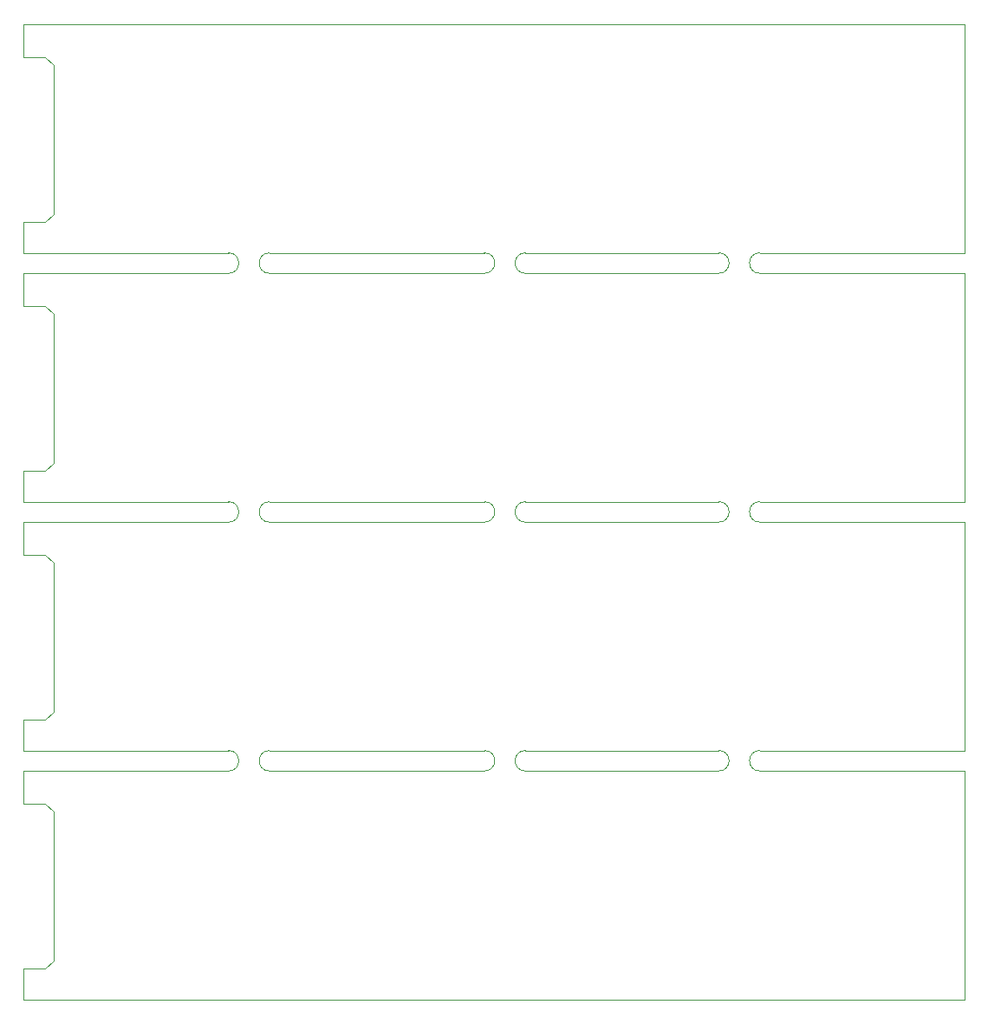
<source format=gbr>
%TF.GenerationSoftware,KiCad,Pcbnew,5.1.12-84ad8e8a86~92~ubuntu18.04.1*%
%TF.CreationDate,2021-11-12T09:30:33+01:00*%
%TF.ProjectId,window-sensor,77696e64-6f77-42d7-9365-6e736f722e6b,rev?*%
%TF.SameCoordinates,PX5dd7700PY8ec3da0*%
%TF.FileFunction,Profile,NP*%
%FSLAX46Y46*%
G04 Gerber Fmt 4.6, Leading zero omitted, Abs format (unit mm)*
G04 Created by KiCad (PCBNEW 5.1.12-84ad8e8a86~92~ubuntu18.04.1) date 2021-11-12 09:30:33*
%MOMM*%
%LPD*%
G01*
G04 APERTURE LIST*
%TA.AperFunction,Profile*%
%ADD10C,0.050000*%
%TD*%
G04 APERTURE END LIST*
D10*
X74900000Y1800000D02*
X78900000Y1800000D01*
X52000000Y1800000D02*
X56000000Y1800000D01*
X27000000Y1800000D02*
X31000000Y1800000D01*
X74900000Y97000000D02*
X78900000Y97000000D01*
X52000000Y97000000D02*
X56000000Y97000000D01*
X27000000Y97000000D02*
X31000000Y97000000D01*
X9100000Y20900000D02*
X9900000Y20100000D01*
X9100000Y45200000D02*
X9900000Y44400000D01*
X9100000Y69500000D02*
X9900000Y68700000D01*
X27000000Y26100000D02*
G75*
G02*
X27000000Y24100000I0J-1000000D01*
G01*
X27000000Y50400000D02*
G75*
G02*
X27000000Y48400000I0J-1000000D01*
G01*
X52000000Y26100000D02*
G75*
G02*
X52000000Y24100000I0J-1000000D01*
G01*
X52000000Y50400000D02*
G75*
G02*
X52000000Y48400000I0J-1000000D01*
G01*
X78900000Y24100000D02*
G75*
G02*
X78900000Y26100000I0J1000000D01*
G01*
X78900000Y48400000D02*
G75*
G02*
X78900000Y50400000I0J1000000D01*
G01*
X56000000Y1800000D02*
X74900000Y1800000D01*
X56000000Y26100000D02*
X74900000Y26100000D01*
X56000000Y50400000D02*
X74900000Y50400000D01*
X7000000Y4800000D02*
X7000000Y1800000D01*
X7000000Y29100000D02*
X7000000Y26100000D01*
X7000000Y53400000D02*
X7000000Y50400000D01*
X74900000Y26100000D02*
G75*
G02*
X74900000Y24100000I0J-1000000D01*
G01*
X74900000Y50400000D02*
G75*
G02*
X74900000Y48400000I0J-1000000D01*
G01*
X56000000Y24100000D02*
G75*
G02*
X56000000Y26100000I0J1000000D01*
G01*
X56000000Y48400000D02*
G75*
G02*
X56000000Y50400000I0J1000000D01*
G01*
X31000000Y1800000D02*
X52000000Y1800000D01*
X31000000Y26100000D02*
X52000000Y26100000D01*
X31000000Y50400000D02*
X52000000Y50400000D01*
X9100000Y4800000D02*
X9900000Y5600000D01*
X9100000Y29100000D02*
X9900000Y29900000D01*
X9100000Y53400000D02*
X9900000Y54200000D01*
X31000000Y24100000D02*
X52000000Y24100000D01*
X31000000Y48400000D02*
X52000000Y48400000D01*
X31000000Y72700000D02*
X52000000Y72700000D01*
X9900000Y20100000D02*
X9900000Y5600000D01*
X9900000Y44400000D02*
X9900000Y29900000D01*
X9900000Y68700000D02*
X9900000Y54200000D01*
X31000000Y24100000D02*
G75*
G02*
X31000000Y26100000I0J1000000D01*
G01*
X31000000Y48400000D02*
G75*
G02*
X31000000Y50400000I0J1000000D01*
G01*
X98900000Y24100000D02*
X78900000Y24100000D01*
X98900000Y48400000D02*
X78900000Y48400000D01*
X98900000Y72700000D02*
X78900000Y72700000D01*
X98900000Y1800000D02*
X98900000Y24100000D01*
X98900000Y26100000D02*
X98900000Y48400000D01*
X98900000Y50400000D02*
X98900000Y72700000D01*
X9100000Y4800000D02*
X7000000Y4800000D01*
X9100000Y29100000D02*
X7000000Y29100000D01*
X9100000Y53400000D02*
X7000000Y53400000D01*
X7000000Y20900000D02*
X7000000Y24100000D01*
X7000000Y45200000D02*
X7000000Y48400000D01*
X7000000Y69500000D02*
X7000000Y72700000D01*
X98900000Y1800000D02*
X78900000Y1800000D01*
X98900000Y26100000D02*
X78900000Y26100000D01*
X98900000Y50400000D02*
X78900000Y50400000D01*
X7000000Y24100000D02*
X27000000Y24100000D01*
X7000000Y48400000D02*
X27000000Y48400000D01*
X7000000Y72700000D02*
X27000000Y72700000D01*
X7000000Y20900000D02*
X9100000Y20900000D01*
X7000000Y45200000D02*
X9100000Y45200000D01*
X7000000Y69500000D02*
X9100000Y69500000D01*
X74900000Y24100000D02*
X56000000Y24100000D01*
X74900000Y48400000D02*
X56000000Y48400000D01*
X74900000Y72700000D02*
X56000000Y72700000D01*
X7000000Y1800000D02*
X27000000Y1800000D01*
X7000000Y26100000D02*
X27000000Y26100000D01*
X7000000Y50400000D02*
X27000000Y50400000D01*
X27000000Y74700000D02*
G75*
G02*
X27000000Y72700000I0J-1000000D01*
G01*
X31000000Y72700000D02*
G75*
G02*
X31000000Y74700000I0J1000000D01*
G01*
X52000000Y74700000D02*
G75*
G02*
X52000000Y72700000I0J-1000000D01*
G01*
X56000000Y72700000D02*
G75*
G02*
X56000000Y74700000I0J1000000D01*
G01*
X74900000Y74700000D02*
G75*
G02*
X74900000Y72700000I0J-1000000D01*
G01*
X78900000Y72700000D02*
G75*
G02*
X78900000Y74700000I0J1000000D01*
G01*
X98900000Y74700000D02*
X78900000Y74700000D01*
X56000000Y74700000D02*
X74900000Y74700000D01*
X31000000Y74700000D02*
X52000000Y74700000D01*
X7000000Y74700000D02*
X27000000Y74700000D01*
X74900000Y97000000D02*
X56000000Y97000000D01*
X31000000Y97000000D02*
X52000000Y97000000D01*
X98900000Y97000000D02*
X78900000Y97000000D01*
X7000000Y97000000D02*
X27000000Y97000000D01*
X98900000Y74700000D02*
X98900000Y97000000D01*
X7000000Y77700000D02*
X7000000Y74700000D01*
X7000000Y93800000D02*
X7000000Y97000000D01*
X9100000Y93800000D02*
X9900000Y93000000D01*
X9100000Y77700000D02*
X9900000Y78500000D01*
X9100000Y77700000D02*
X7000000Y77700000D01*
X9900000Y93000000D02*
X9900000Y78500000D01*
X7000000Y93800000D02*
X9100000Y93800000D01*
M02*

</source>
